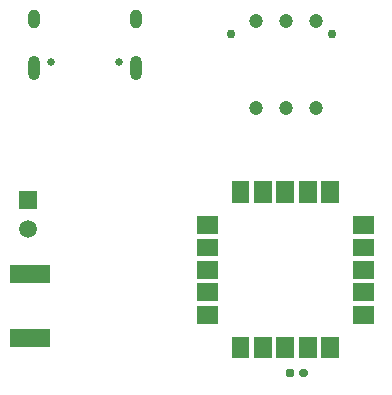
<source format=gbs>
G04 #@! TF.GenerationSoftware,KiCad,Pcbnew,5.1.10-88a1d61d58~90~ubuntu20.04.1*
G04 #@! TF.CreationDate,2021-10-18T20:01:28+01:00*
G04 #@! TF.ProjectId,GPS Hardware,47505320-4861-4726-9477-6172652e6b69,rev?*
G04 #@! TF.SameCoordinates,Original*
G04 #@! TF.FileFunction,Soldermask,Bot*
G04 #@! TF.FilePolarity,Negative*
%FSLAX46Y46*%
G04 Gerber Fmt 4.6, Leading zero omitted, Abs format (unit mm)*
G04 Created by KiCad (PCBNEW 5.1.10-88a1d61d58~90~ubuntu20.04.1) date 2021-10-18 20:01:28*
%MOMM*%
%LPD*%
G01*
G04 APERTURE LIST*
%ADD10C,0.750000*%
%ADD11C,1.200000*%
%ADD12C,1.508000*%
%ADD13R,1.508000X1.508000*%
%ADD14O,1.000000X2.100000*%
%ADD15C,0.650000*%
%ADD16O,1.000000X1.600000*%
%ADD17R,3.500000X1.500000*%
G04 APERTURE END LIST*
D10*
X128970000Y-63505000D03*
X120470000Y-63505000D03*
D11*
X122570000Y-62375000D03*
X122570000Y-69775000D03*
X125110000Y-69775000D03*
X127650000Y-69775000D03*
X125110000Y-62375000D03*
X127650000Y-62375000D03*
D12*
X103265000Y-80030000D03*
D13*
X103265000Y-77530000D03*
G36*
G01*
X120479999Y-90960000D02*
X120479999Y-89160000D01*
G75*
G02*
X120480000Y-89159999I1J0D01*
G01*
X121980000Y-89159999D01*
G75*
G02*
X121980001Y-89160000I0J-1D01*
G01*
X121980001Y-90960000D01*
G75*
G02*
X121980000Y-90960001I-1J0D01*
G01*
X120480000Y-90960001D01*
G75*
G02*
X120479999Y-90960000I0J1D01*
G01*
G37*
G36*
G01*
X122379999Y-90960000D02*
X122379999Y-89160000D01*
G75*
G02*
X122380000Y-89159999I1J0D01*
G01*
X123880000Y-89159999D01*
G75*
G02*
X123880001Y-89160000I0J-1D01*
G01*
X123880001Y-90960000D01*
G75*
G02*
X123880000Y-90960001I-1J0D01*
G01*
X122380000Y-90960001D01*
G75*
G02*
X122379999Y-90960000I0J1D01*
G01*
G37*
G36*
G01*
X124279999Y-90960000D02*
X124279999Y-89160000D01*
G75*
G02*
X124280000Y-89159999I1J0D01*
G01*
X125780000Y-89159999D01*
G75*
G02*
X125780001Y-89160000I0J-1D01*
G01*
X125780001Y-90960000D01*
G75*
G02*
X125780000Y-90960001I-1J0D01*
G01*
X124280000Y-90960001D01*
G75*
G02*
X124279999Y-90960000I0J1D01*
G01*
G37*
G36*
G01*
X126179999Y-90960000D02*
X126179999Y-89160000D01*
G75*
G02*
X126180000Y-89159999I1J0D01*
G01*
X127680000Y-89159999D01*
G75*
G02*
X127680001Y-89160000I0J-1D01*
G01*
X127680001Y-90960000D01*
G75*
G02*
X127680000Y-90960001I-1J0D01*
G01*
X126180000Y-90960001D01*
G75*
G02*
X126179999Y-90960000I0J1D01*
G01*
G37*
G36*
G01*
X128079999Y-90960000D02*
X128079999Y-89160000D01*
G75*
G02*
X128080000Y-89159999I1J0D01*
G01*
X129580000Y-89159999D01*
G75*
G02*
X129580001Y-89160000I0J-1D01*
G01*
X129580001Y-90960000D01*
G75*
G02*
X129580000Y-90960001I-1J0D01*
G01*
X128080000Y-90960001D01*
G75*
G02*
X128079999Y-90960000I0J1D01*
G01*
G37*
G36*
G01*
X130729999Y-88010000D02*
X130729999Y-86510000D01*
G75*
G02*
X130730000Y-86509999I1J0D01*
G01*
X132530000Y-86509999D01*
G75*
G02*
X132530001Y-86510000I0J-1D01*
G01*
X132530001Y-88010000D01*
G75*
G02*
X132530000Y-88010001I-1J0D01*
G01*
X130730000Y-88010001D01*
G75*
G02*
X130729999Y-88010000I0J1D01*
G01*
G37*
G36*
G01*
X130729999Y-86110000D02*
X130729999Y-84610000D01*
G75*
G02*
X130730000Y-84609999I1J0D01*
G01*
X132530000Y-84609999D01*
G75*
G02*
X132530001Y-84610000I0J-1D01*
G01*
X132530001Y-86110000D01*
G75*
G02*
X132530000Y-86110001I-1J0D01*
G01*
X130730000Y-86110001D01*
G75*
G02*
X130729999Y-86110000I0J1D01*
G01*
G37*
G36*
G01*
X130729999Y-84210000D02*
X130729999Y-82710000D01*
G75*
G02*
X130730000Y-82709999I1J0D01*
G01*
X132530000Y-82709999D01*
G75*
G02*
X132530001Y-82710000I0J-1D01*
G01*
X132530001Y-84210000D01*
G75*
G02*
X132530000Y-84210001I-1J0D01*
G01*
X130730000Y-84210001D01*
G75*
G02*
X130729999Y-84210000I0J1D01*
G01*
G37*
G36*
G01*
X130729999Y-82310000D02*
X130729999Y-80810000D01*
G75*
G02*
X130730000Y-80809999I1J0D01*
G01*
X132530000Y-80809999D01*
G75*
G02*
X132530001Y-80810000I0J-1D01*
G01*
X132530001Y-82310000D01*
G75*
G02*
X132530000Y-82310001I-1J0D01*
G01*
X130730000Y-82310001D01*
G75*
G02*
X130729999Y-82310000I0J1D01*
G01*
G37*
G36*
G01*
X130729999Y-80410000D02*
X130729999Y-78910000D01*
G75*
G02*
X130730000Y-78909999I1J0D01*
G01*
X132530000Y-78909999D01*
G75*
G02*
X132530001Y-78910000I0J-1D01*
G01*
X132530001Y-80410000D01*
G75*
G02*
X132530000Y-80410001I-1J0D01*
G01*
X130730000Y-80410001D01*
G75*
G02*
X130729999Y-80410000I0J1D01*
G01*
G37*
G36*
G01*
X128079999Y-77760000D02*
X128079999Y-75960000D01*
G75*
G02*
X128080000Y-75959999I1J0D01*
G01*
X129580000Y-75959999D01*
G75*
G02*
X129580001Y-75960000I0J-1D01*
G01*
X129580001Y-77760000D01*
G75*
G02*
X129580000Y-77760001I-1J0D01*
G01*
X128080000Y-77760001D01*
G75*
G02*
X128079999Y-77760000I0J1D01*
G01*
G37*
G36*
G01*
X126179999Y-77760000D02*
X126179999Y-75960000D01*
G75*
G02*
X126180000Y-75959999I1J0D01*
G01*
X127680000Y-75959999D01*
G75*
G02*
X127680001Y-75960000I0J-1D01*
G01*
X127680001Y-77760000D01*
G75*
G02*
X127680000Y-77760001I-1J0D01*
G01*
X126180000Y-77760001D01*
G75*
G02*
X126179999Y-77760000I0J1D01*
G01*
G37*
G36*
G01*
X124279999Y-77760000D02*
X124279999Y-75960000D01*
G75*
G02*
X124280000Y-75959999I1J0D01*
G01*
X125780000Y-75959999D01*
G75*
G02*
X125780001Y-75960000I0J-1D01*
G01*
X125780001Y-77760000D01*
G75*
G02*
X125780000Y-77760001I-1J0D01*
G01*
X124280000Y-77760001D01*
G75*
G02*
X124279999Y-77760000I0J1D01*
G01*
G37*
G36*
G01*
X122379999Y-77760000D02*
X122379999Y-75960000D01*
G75*
G02*
X122380000Y-75959999I1J0D01*
G01*
X123880000Y-75959999D01*
G75*
G02*
X123880001Y-75960000I0J-1D01*
G01*
X123880001Y-77760000D01*
G75*
G02*
X123880000Y-77760001I-1J0D01*
G01*
X122380000Y-77760001D01*
G75*
G02*
X122379999Y-77760000I0J1D01*
G01*
G37*
G36*
G01*
X120479999Y-77760000D02*
X120479999Y-75960000D01*
G75*
G02*
X120480000Y-75959999I1J0D01*
G01*
X121980000Y-75959999D01*
G75*
G02*
X121980001Y-75960000I0J-1D01*
G01*
X121980001Y-77760000D01*
G75*
G02*
X121980000Y-77760001I-1J0D01*
G01*
X120480000Y-77760001D01*
G75*
G02*
X120479999Y-77760000I0J1D01*
G01*
G37*
G36*
G01*
X117529999Y-80410000D02*
X117529999Y-78910000D01*
G75*
G02*
X117530000Y-78909999I1J0D01*
G01*
X119330000Y-78909999D01*
G75*
G02*
X119330001Y-78910000I0J-1D01*
G01*
X119330001Y-80410000D01*
G75*
G02*
X119330000Y-80410001I-1J0D01*
G01*
X117530000Y-80410001D01*
G75*
G02*
X117529999Y-80410000I0J1D01*
G01*
G37*
G36*
G01*
X117529999Y-82310000D02*
X117529999Y-80810000D01*
G75*
G02*
X117530000Y-80809999I1J0D01*
G01*
X119330000Y-80809999D01*
G75*
G02*
X119330001Y-80810000I0J-1D01*
G01*
X119330001Y-82310000D01*
G75*
G02*
X119330000Y-82310001I-1J0D01*
G01*
X117530000Y-82310001D01*
G75*
G02*
X117529999Y-82310000I0J1D01*
G01*
G37*
G36*
G01*
X117529999Y-84210000D02*
X117529999Y-82710000D01*
G75*
G02*
X117530000Y-82709999I1J0D01*
G01*
X119330000Y-82709999D01*
G75*
G02*
X119330001Y-82710000I0J-1D01*
G01*
X119330001Y-84210000D01*
G75*
G02*
X119330000Y-84210001I-1J0D01*
G01*
X117530000Y-84210001D01*
G75*
G02*
X117529999Y-84210000I0J1D01*
G01*
G37*
G36*
G01*
X117529999Y-86110000D02*
X117529999Y-84610000D01*
G75*
G02*
X117530000Y-84609999I1J0D01*
G01*
X119330000Y-84609999D01*
G75*
G02*
X119330001Y-84610000I0J-1D01*
G01*
X119330001Y-86110000D01*
G75*
G02*
X119330000Y-86110001I-1J0D01*
G01*
X117530000Y-86110001D01*
G75*
G02*
X117529999Y-86110000I0J1D01*
G01*
G37*
G36*
G01*
X117529999Y-88010000D02*
X117529999Y-86510000D01*
G75*
G02*
X117530000Y-86509999I1J0D01*
G01*
X119330000Y-86509999D01*
G75*
G02*
X119330001Y-86510000I0J-1D01*
G01*
X119330001Y-88010000D01*
G75*
G02*
X119330000Y-88010001I-1J0D01*
G01*
X117530000Y-88010001D01*
G75*
G02*
X117529999Y-88010000I0J1D01*
G01*
G37*
G36*
G01*
X125812500Y-92035000D02*
X125812500Y-92345000D01*
G75*
G02*
X125657500Y-92500000I-155000J0D01*
G01*
X125232500Y-92500000D01*
G75*
G02*
X125077500Y-92345000I0J155000D01*
G01*
X125077500Y-92035000D01*
G75*
G02*
X125232500Y-91880000I155000J0D01*
G01*
X125657500Y-91880000D01*
G75*
G02*
X125812500Y-92035000I0J-155000D01*
G01*
G37*
G36*
G01*
X126947500Y-92035000D02*
X126947500Y-92345000D01*
G75*
G02*
X126792500Y-92500000I-155000J0D01*
G01*
X126367500Y-92500000D01*
G75*
G02*
X126212500Y-92345000I0J155000D01*
G01*
X126212500Y-92035000D01*
G75*
G02*
X126367500Y-91880000I155000J0D01*
G01*
X126792500Y-91880000D01*
G75*
G02*
X126947500Y-92035000I0J-155000D01*
G01*
G37*
D14*
X103726000Y-66365000D03*
X112366000Y-66365000D03*
D15*
X110936000Y-65835000D03*
D16*
X112366000Y-62185000D03*
D15*
X105156000Y-65835000D03*
D16*
X103726000Y-62185000D03*
D17*
X103420000Y-83820000D03*
X103420000Y-89220000D03*
M02*

</source>
